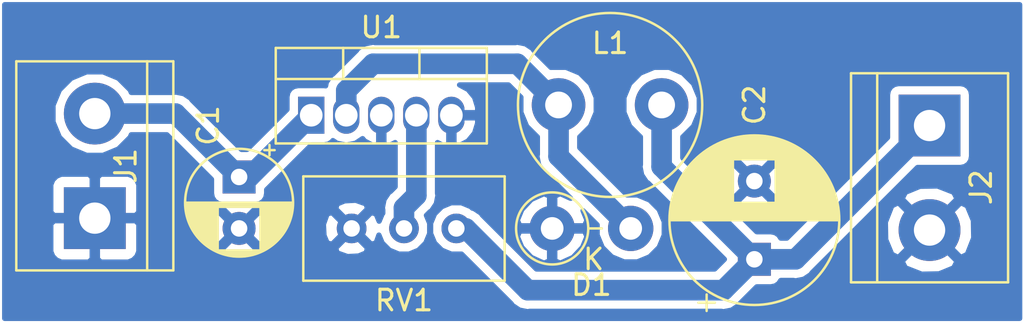
<source format=kicad_pcb>
(kicad_pcb (version 20171130) (host pcbnew "(5.0.1)-3")

  (general
    (thickness 1.6)
    (drawings 4)
    (tracks 21)
    (zones 0)
    (modules 8)
    (nets 6)
  )

  (page A4)
  (layers
    (0 F.Cu signal)
    (31 B.Cu signal)
    (32 B.Adhes user)
    (33 F.Adhes user)
    (34 B.Paste user)
    (35 F.Paste user)
    (36 B.SilkS user)
    (37 F.SilkS user)
    (38 B.Mask user)
    (39 F.Mask user)
    (40 Dwgs.User user)
    (41 Cmts.User user)
    (42 Eco1.User user)
    (43 Eco2.User user)
    (44 Edge.Cuts user)
    (45 Margin user)
    (46 B.CrtYd user)
    (47 F.CrtYd user hide)
    (48 B.Fab user)
    (49 F.Fab user hide)
  )

  (setup
    (last_trace_width 1)
    (trace_clearance 0.2)
    (zone_clearance 0.4)
    (zone_45_only no)
    (trace_min 0.2)
    (segment_width 0.2)
    (edge_width 0.15)
    (via_size 0.8)
    (via_drill 0.4)
    (via_min_size 0.4)
    (via_min_drill 0.3)
    (uvia_size 0.3)
    (uvia_drill 0.1)
    (uvias_allowed no)
    (uvia_min_size 0.2)
    (uvia_min_drill 0.1)
    (pcb_text_width 0.3)
    (pcb_text_size 1.5 1.5)
    (mod_edge_width 0.15)
    (mod_text_size 1 1)
    (mod_text_width 0.15)
    (pad_size 2.2 2.2)
    (pad_drill 1.1)
    (pad_to_mask_clearance 0.051)
    (solder_mask_min_width 0.25)
    (aux_axis_origin 0 0)
    (visible_elements 7FFFFFFF)
    (pcbplotparams
      (layerselection 0x010fc_ffffffff)
      (usegerberextensions false)
      (usegerberattributes false)
      (usegerberadvancedattributes false)
      (creategerberjobfile false)
      (excludeedgelayer true)
      (linewidth 0.100000)
      (plotframeref false)
      (viasonmask false)
      (mode 1)
      (useauxorigin false)
      (hpglpennumber 1)
      (hpglpenspeed 20)
      (hpglpendiameter 15.000000)
      (psnegative false)
      (psa4output false)
      (plotreference true)
      (plotvalue true)
      (plotinvisibletext false)
      (padsonsilk false)
      (subtractmaskfromsilk false)
      (outputformat 1)
      (mirror false)
      (drillshape 1)
      (scaleselection 1)
      (outputdirectory ""))
  )

  (net 0 "")
  (net 1 "Net-(C1-Pad1)")
  (net 2 GND)
  (net 3 "Net-(C2-Pad1)")
  (net 4 "Net-(D1-Pad1)")
  (net 5 "Net-(RV1-Pad2)")

  (net_class Default "Esta es la clase de red por defecto."
    (clearance 0.2)
    (trace_width 1)
    (via_dia 0.8)
    (via_drill 0.4)
    (uvia_dia 0.3)
    (uvia_drill 0.1)
    (add_net GND)
    (add_net "Net-(C1-Pad1)")
    (add_net "Net-(C2-Pad1)")
    (add_net "Net-(D1-Pad1)")
    (add_net "Net-(RV1-Pad2)")
  )

  (module TerminalBlock:TerminalBlock_bornier-2_P5.08mm (layer F.Cu) (tedit 59FF03AB) (tstamp 60E69CC3)
    (at 61 41.5 90)
    (descr "simple 2-pin terminal block, pitch 5.08mm, revamped version of bornier2")
    (tags "terminal block bornier2")
    (path /60D3911C)
    (fp_text reference J1 (at 2.54 1.5 90) (layer F.SilkS)
      (effects (font (size 1 1) (thickness 0.15)))
    )
    (fp_text value IN (at 2.54 5.08 90) (layer F.Fab)
      (effects (font (size 1 1) (thickness 0.15)))
    )
    (fp_line (start 7.79 4) (end -2.71 4) (layer F.CrtYd) (width 0.05))
    (fp_line (start 7.79 4) (end 7.79 -4) (layer F.CrtYd) (width 0.05))
    (fp_line (start -2.71 -4) (end -2.71 4) (layer F.CrtYd) (width 0.05))
    (fp_line (start -2.71 -4) (end 7.79 -4) (layer F.CrtYd) (width 0.05))
    (fp_line (start -2.54 3.81) (end 7.62 3.81) (layer F.SilkS) (width 0.12))
    (fp_line (start -2.54 -3.81) (end -2.54 3.81) (layer F.SilkS) (width 0.12))
    (fp_line (start 7.62 -3.81) (end -2.54 -3.81) (layer F.SilkS) (width 0.12))
    (fp_line (start 7.62 3.81) (end 7.62 -3.81) (layer F.SilkS) (width 0.12))
    (fp_line (start 7.62 2.54) (end -2.54 2.54) (layer F.SilkS) (width 0.12))
    (fp_line (start 7.54 -3.75) (end -2.46 -3.75) (layer F.Fab) (width 0.1))
    (fp_line (start 7.54 3.75) (end 7.54 -3.75) (layer F.Fab) (width 0.1))
    (fp_line (start -2.46 3.75) (end 7.54 3.75) (layer F.Fab) (width 0.1))
    (fp_line (start -2.46 -3.75) (end -2.46 3.75) (layer F.Fab) (width 0.1))
    (fp_line (start -2.41 2.55) (end 7.49 2.55) (layer F.Fab) (width 0.1))
    (fp_text user %R (at 2.54 0 90) (layer F.Fab)
      (effects (font (size 1 1) (thickness 0.15)))
    )
    (pad 2 thru_hole circle (at 5.08 0 90) (size 3 3) (drill 1.52) (layers *.Cu *.Mask)
      (net 1 "Net-(C1-Pad1)"))
    (pad 1 thru_hole rect (at 0 0 90) (size 3 3) (drill 1.52) (layers *.Cu *.Mask)
      (net 2 GND))
    (model ${KISYS3DMOD}/TerminalBlock.3dshapes/TerminalBlock_bornier-2_P5.08mm.wrl
      (offset (xyz 2.539999961853027 0 0))
      (scale (xyz 1 1 1))
      (rotate (xyz 0 0 0))
    )
  )

  (module Diode_THT:D_DO-41_SOD81_P3.81mm_Vertical_KathodeUp (layer F.Cu) (tedit 60DA03ED) (tstamp 60E6D009)
    (at 87 42 180)
    (descr "Diode, DO-41_SOD81 series, Axial, Vertical, pin pitch=3.81mm, , length*diameter=5.2*2.7mm^2, , https://www.diodes.com/assets/Package-Files/DO-41-Plastic.pdf")
    (tags "Diode DO-41_SOD81 series Axial Vertical pin pitch 3.81mm  length 5.2mm diameter 2.7mm")
    (path /60D39D6B)
    (fp_text reference D1 (at 1.905 -2.750635 180) (layer F.SilkS)
      (effects (font (size 1 1) (thickness 0.15)))
    )
    (fp_text value MBR340 (at 1.905 4.084135 180) (layer F.Fab)
      (effects (font (size 1 1) (thickness 0.15)))
    )
    (fp_text user K (at 1.8 -1.5 180) (layer F.SilkS)
      (effects (font (size 1 1) (thickness 0.15)))
    )
    (fp_text user K (at 1.8 1.1 180) (layer F.Fab)
      (effects (font (size 1 1) (thickness 0.15)))
    )
    (fp_text user %R (at 1.905 -2.750635 180) (layer F.Fab)
      (effects (font (size 1 1) (thickness 0.15)))
    )
    (fp_line (start 5.41 -1.6) (end -1.35 -1.6) (layer F.CrtYd) (width 0.05))
    (fp_line (start 5.41 1.6) (end 5.41 -1.6) (layer F.CrtYd) (width 0.05))
    (fp_line (start -1.35 1.6) (end 5.41 1.6) (layer F.CrtYd) (width 0.05))
    (fp_line (start -1.35 -1.6) (end -1.35 1.6) (layer F.CrtYd) (width 0.05))
    (fp_line (start 2.059365 0) (end 1.4 0) (layer F.SilkS) (width 0.12))
    (fp_line (start 0 0) (end 3.81 0) (layer F.Fab) (width 0.1))
    (fp_circle (center 3.81 0) (end 5.560635 0) (layer F.SilkS) (width 0.12))
    (fp_circle (center 3.81 0) (end 5.16 0) (layer F.Fab) (width 0.1))
    (pad 2 thru_hole oval (at 3.81 0 180) (size 2.2 2.2) (drill 1.1) (layers *.Cu *.Mask)
      (net 2 GND))
    (pad 1 thru_hole circle (at 0 0 180) (size 2.2 2.2) (drill 1.1) (layers *.Cu *.Mask)
      (net 4 "Net-(D1-Pad1)"))
    (model ${KISYS3DMOD}/Diode_THT.3dshapes/D_DO-41_SOD81_P3.81mm_Vertical_KathodeUp.wrl
      (at (xyz 0 0 0))
      (scale (xyz 1 1 1))
      (rotate (xyz 0 0 0))
    )
  )

  (module TerminalBlock:TerminalBlock_bornier-2_P5.08mm (layer F.Cu) (tedit 59FF03AB) (tstamp 60E69D2A)
    (at 101.5 37 270)
    (descr "simple 2-pin terminal block, pitch 5.08mm, revamped version of bornier2")
    (tags "terminal block bornier2")
    (path /60D3919A)
    (fp_text reference J2 (at 3 -2.5 270) (layer F.SilkS)
      (effects (font (size 1 1) (thickness 0.15)))
    )
    (fp_text value OUT (at 2.54 5.08 270) (layer F.Fab)
      (effects (font (size 1 1) (thickness 0.15)))
    )
    (fp_line (start 7.79 4) (end -2.71 4) (layer F.CrtYd) (width 0.05))
    (fp_line (start 7.79 4) (end 7.79 -4) (layer F.CrtYd) (width 0.05))
    (fp_line (start -2.71 -4) (end -2.71 4) (layer F.CrtYd) (width 0.05))
    (fp_line (start -2.71 -4) (end 7.79 -4) (layer F.CrtYd) (width 0.05))
    (fp_line (start -2.54 3.81) (end 7.62 3.81) (layer F.SilkS) (width 0.12))
    (fp_line (start -2.54 -3.81) (end -2.54 3.81) (layer F.SilkS) (width 0.12))
    (fp_line (start 7.62 -3.81) (end -2.54 -3.81) (layer F.SilkS) (width 0.12))
    (fp_line (start 7.62 3.81) (end 7.62 -3.81) (layer F.SilkS) (width 0.12))
    (fp_line (start 7.62 2.54) (end -2.54 2.54) (layer F.SilkS) (width 0.12))
    (fp_line (start 7.54 -3.75) (end -2.46 -3.75) (layer F.Fab) (width 0.1))
    (fp_line (start 7.54 3.75) (end 7.54 -3.75) (layer F.Fab) (width 0.1))
    (fp_line (start -2.46 3.75) (end 7.54 3.75) (layer F.Fab) (width 0.1))
    (fp_line (start -2.46 -3.75) (end -2.46 3.75) (layer F.Fab) (width 0.1))
    (fp_line (start -2.41 2.55) (end 7.49 2.55) (layer F.Fab) (width 0.1))
    (fp_text user %R (at 2.54 0 270) (layer F.Fab)
      (effects (font (size 1 1) (thickness 0.15)))
    )
    (pad 2 thru_hole circle (at 5.08 0 270) (size 3 3) (drill 1.52) (layers *.Cu *.Mask)
      (net 2 GND))
    (pad 1 thru_hole rect (at 0 0 270) (size 3 3) (drill 1.52) (layers *.Cu *.Mask)
      (net 3 "Net-(C2-Pad1)"))
    (model ${KISYS3DMOD}/TerminalBlock.3dshapes/TerminalBlock_bornier-2_P5.08mm.wrl
      (offset (xyz 2.539999961853027 0 0))
      (scale (xyz 1 1 1))
      (rotate (xyz 0 0 0))
    )
  )

  (module Capacitor_THT:CP_Radial_D5.0mm_P2.50mm (layer F.Cu) (tedit 5AE50EF0) (tstamp 60E6C5A7)
    (at 68 39.5 270)
    (descr "CP, Radial series, Radial, pin pitch=2.50mm, , diameter=5mm, Electrolytic Capacitor")
    (tags "CP Radial series Radial pin pitch 2.50mm  diameter 5mm Electrolytic Capacitor")
    (path /60D3B92B)
    (fp_text reference C1 (at -2.5 1.5 270) (layer F.SilkS)
      (effects (font (size 1 1) (thickness 0.15)))
    )
    (fp_text value 100uF (at 1.25 3.75 270) (layer F.Fab)
      (effects (font (size 1 1) (thickness 0.15)))
    )
    (fp_circle (center 1.25 0) (end 3.75 0) (layer F.Fab) (width 0.1))
    (fp_circle (center 1.25 0) (end 3.87 0) (layer F.SilkS) (width 0.12))
    (fp_circle (center 1.25 0) (end 4 0) (layer F.CrtYd) (width 0.05))
    (fp_line (start -0.883605 -1.0875) (end -0.383605 -1.0875) (layer F.Fab) (width 0.1))
    (fp_line (start -0.633605 -1.3375) (end -0.633605 -0.8375) (layer F.Fab) (width 0.1))
    (fp_line (start 1.25 -2.58) (end 1.25 2.58) (layer F.SilkS) (width 0.12))
    (fp_line (start 1.29 -2.58) (end 1.29 2.58) (layer F.SilkS) (width 0.12))
    (fp_line (start 1.33 -2.579) (end 1.33 2.579) (layer F.SilkS) (width 0.12))
    (fp_line (start 1.37 -2.578) (end 1.37 2.578) (layer F.SilkS) (width 0.12))
    (fp_line (start 1.41 -2.576) (end 1.41 2.576) (layer F.SilkS) (width 0.12))
    (fp_line (start 1.45 -2.573) (end 1.45 2.573) (layer F.SilkS) (width 0.12))
    (fp_line (start 1.49 -2.569) (end 1.49 -1.04) (layer F.SilkS) (width 0.12))
    (fp_line (start 1.49 1.04) (end 1.49 2.569) (layer F.SilkS) (width 0.12))
    (fp_line (start 1.53 -2.565) (end 1.53 -1.04) (layer F.SilkS) (width 0.12))
    (fp_line (start 1.53 1.04) (end 1.53 2.565) (layer F.SilkS) (width 0.12))
    (fp_line (start 1.57 -2.561) (end 1.57 -1.04) (layer F.SilkS) (width 0.12))
    (fp_line (start 1.57 1.04) (end 1.57 2.561) (layer F.SilkS) (width 0.12))
    (fp_line (start 1.61 -2.556) (end 1.61 -1.04) (layer F.SilkS) (width 0.12))
    (fp_line (start 1.61 1.04) (end 1.61 2.556) (layer F.SilkS) (width 0.12))
    (fp_line (start 1.65 -2.55) (end 1.65 -1.04) (layer F.SilkS) (width 0.12))
    (fp_line (start 1.65 1.04) (end 1.65 2.55) (layer F.SilkS) (width 0.12))
    (fp_line (start 1.69 -2.543) (end 1.69 -1.04) (layer F.SilkS) (width 0.12))
    (fp_line (start 1.69 1.04) (end 1.69 2.543) (layer F.SilkS) (width 0.12))
    (fp_line (start 1.73 -2.536) (end 1.73 -1.04) (layer F.SilkS) (width 0.12))
    (fp_line (start 1.73 1.04) (end 1.73 2.536) (layer F.SilkS) (width 0.12))
    (fp_line (start 1.77 -2.528) (end 1.77 -1.04) (layer F.SilkS) (width 0.12))
    (fp_line (start 1.77 1.04) (end 1.77 2.528) (layer F.SilkS) (width 0.12))
    (fp_line (start 1.81 -2.52) (end 1.81 -1.04) (layer F.SilkS) (width 0.12))
    (fp_line (start 1.81 1.04) (end 1.81 2.52) (layer F.SilkS) (width 0.12))
    (fp_line (start 1.85 -2.511) (end 1.85 -1.04) (layer F.SilkS) (width 0.12))
    (fp_line (start 1.85 1.04) (end 1.85 2.511) (layer F.SilkS) (width 0.12))
    (fp_line (start 1.89 -2.501) (end 1.89 -1.04) (layer F.SilkS) (width 0.12))
    (fp_line (start 1.89 1.04) (end 1.89 2.501) (layer F.SilkS) (width 0.12))
    (fp_line (start 1.93 -2.491) (end 1.93 -1.04) (layer F.SilkS) (width 0.12))
    (fp_line (start 1.93 1.04) (end 1.93 2.491) (layer F.SilkS) (width 0.12))
    (fp_line (start 1.971 -2.48) (end 1.971 -1.04) (layer F.SilkS) (width 0.12))
    (fp_line (start 1.971 1.04) (end 1.971 2.48) (layer F.SilkS) (width 0.12))
    (fp_line (start 2.011 -2.468) (end 2.011 -1.04) (layer F.SilkS) (width 0.12))
    (fp_line (start 2.011 1.04) (end 2.011 2.468) (layer F.SilkS) (width 0.12))
    (fp_line (start 2.051 -2.455) (end 2.051 -1.04) (layer F.SilkS) (width 0.12))
    (fp_line (start 2.051 1.04) (end 2.051 2.455) (layer F.SilkS) (width 0.12))
    (fp_line (start 2.091 -2.442) (end 2.091 -1.04) (layer F.SilkS) (width 0.12))
    (fp_line (start 2.091 1.04) (end 2.091 2.442) (layer F.SilkS) (width 0.12))
    (fp_line (start 2.131 -2.428) (end 2.131 -1.04) (layer F.SilkS) (width 0.12))
    (fp_line (start 2.131 1.04) (end 2.131 2.428) (layer F.SilkS) (width 0.12))
    (fp_line (start 2.171 -2.414) (end 2.171 -1.04) (layer F.SilkS) (width 0.12))
    (fp_line (start 2.171 1.04) (end 2.171 2.414) (layer F.SilkS) (width 0.12))
    (fp_line (start 2.211 -2.398) (end 2.211 -1.04) (layer F.SilkS) (width 0.12))
    (fp_line (start 2.211 1.04) (end 2.211 2.398) (layer F.SilkS) (width 0.12))
    (fp_line (start 2.251 -2.382) (end 2.251 -1.04) (layer F.SilkS) (width 0.12))
    (fp_line (start 2.251 1.04) (end 2.251 2.382) (layer F.SilkS) (width 0.12))
    (fp_line (start 2.291 -2.365) (end 2.291 -1.04) (layer F.SilkS) (width 0.12))
    (fp_line (start 2.291 1.04) (end 2.291 2.365) (layer F.SilkS) (width 0.12))
    (fp_line (start 2.331 -2.348) (end 2.331 -1.04) (layer F.SilkS) (width 0.12))
    (fp_line (start 2.331 1.04) (end 2.331 2.348) (layer F.SilkS) (width 0.12))
    (fp_line (start 2.371 -2.329) (end 2.371 -1.04) (layer F.SilkS) (width 0.12))
    (fp_line (start 2.371 1.04) (end 2.371 2.329) (layer F.SilkS) (width 0.12))
    (fp_line (start 2.411 -2.31) (end 2.411 -1.04) (layer F.SilkS) (width 0.12))
    (fp_line (start 2.411 1.04) (end 2.411 2.31) (layer F.SilkS) (width 0.12))
    (fp_line (start 2.451 -2.29) (end 2.451 -1.04) (layer F.SilkS) (width 0.12))
    (fp_line (start 2.451 1.04) (end 2.451 2.29) (layer F.SilkS) (width 0.12))
    (fp_line (start 2.491 -2.268) (end 2.491 -1.04) (layer F.SilkS) (width 0.12))
    (fp_line (start 2.491 1.04) (end 2.491 2.268) (layer F.SilkS) (width 0.12))
    (fp_line (start 2.531 -2.247) (end 2.531 -1.04) (layer F.SilkS) (width 0.12))
    (fp_line (start 2.531 1.04) (end 2.531 2.247) (layer F.SilkS) (width 0.12))
    (fp_line (start 2.571 -2.224) (end 2.571 -1.04) (layer F.SilkS) (width 0.12))
    (fp_line (start 2.571 1.04) (end 2.571 2.224) (layer F.SilkS) (width 0.12))
    (fp_line (start 2.611 -2.2) (end 2.611 -1.04) (layer F.SilkS) (width 0.12))
    (fp_line (start 2.611 1.04) (end 2.611 2.2) (layer F.SilkS) (width 0.12))
    (fp_line (start 2.651 -2.175) (end 2.651 -1.04) (layer F.SilkS) (width 0.12))
    (fp_line (start 2.651 1.04) (end 2.651 2.175) (layer F.SilkS) (width 0.12))
    (fp_line (start 2.691 -2.149) (end 2.691 -1.04) (layer F.SilkS) (width 0.12))
    (fp_line (start 2.691 1.04) (end 2.691 2.149) (layer F.SilkS) (width 0.12))
    (fp_line (start 2.731 -2.122) (end 2.731 -1.04) (layer F.SilkS) (width 0.12))
    (fp_line (start 2.731 1.04) (end 2.731 2.122) (layer F.SilkS) (width 0.12))
    (fp_line (start 2.771 -2.095) (end 2.771 -1.04) (layer F.SilkS) (width 0.12))
    (fp_line (start 2.771 1.04) (end 2.771 2.095) (layer F.SilkS) (width 0.12))
    (fp_line (start 2.811 -2.065) (end 2.811 -1.04) (layer F.SilkS) (width 0.12))
    (fp_line (start 2.811 1.04) (end 2.811 2.065) (layer F.SilkS) (width 0.12))
    (fp_line (start 2.851 -2.035) (end 2.851 -1.04) (layer F.SilkS) (width 0.12))
    (fp_line (start 2.851 1.04) (end 2.851 2.035) (layer F.SilkS) (width 0.12))
    (fp_line (start 2.891 -2.004) (end 2.891 -1.04) (layer F.SilkS) (width 0.12))
    (fp_line (start 2.891 1.04) (end 2.891 2.004) (layer F.SilkS) (width 0.12))
    (fp_line (start 2.931 -1.971) (end 2.931 -1.04) (layer F.SilkS) (width 0.12))
    (fp_line (start 2.931 1.04) (end 2.931 1.971) (layer F.SilkS) (width 0.12))
    (fp_line (start 2.971 -1.937) (end 2.971 -1.04) (layer F.SilkS) (width 0.12))
    (fp_line (start 2.971 1.04) (end 2.971 1.937) (layer F.SilkS) (width 0.12))
    (fp_line (start 3.011 -1.901) (end 3.011 -1.04) (layer F.SilkS) (width 0.12))
    (fp_line (start 3.011 1.04) (end 3.011 1.901) (layer F.SilkS) (width 0.12))
    (fp_line (start 3.051 -1.864) (end 3.051 -1.04) (layer F.SilkS) (width 0.12))
    (fp_line (start 3.051 1.04) (end 3.051 1.864) (layer F.SilkS) (width 0.12))
    (fp_line (start 3.091 -1.826) (end 3.091 -1.04) (layer F.SilkS) (width 0.12))
    (fp_line (start 3.091 1.04) (end 3.091 1.826) (layer F.SilkS) (width 0.12))
    (fp_line (start 3.131 -1.785) (end 3.131 -1.04) (layer F.SilkS) (width 0.12))
    (fp_line (start 3.131 1.04) (end 3.131 1.785) (layer F.SilkS) (width 0.12))
    (fp_line (start 3.171 -1.743) (end 3.171 -1.04) (layer F.SilkS) (width 0.12))
    (fp_line (start 3.171 1.04) (end 3.171 1.743) (layer F.SilkS) (width 0.12))
    (fp_line (start 3.211 -1.699) (end 3.211 -1.04) (layer F.SilkS) (width 0.12))
    (fp_line (start 3.211 1.04) (end 3.211 1.699) (layer F.SilkS) (width 0.12))
    (fp_line (start 3.251 -1.653) (end 3.251 -1.04) (layer F.SilkS) (width 0.12))
    (fp_line (start 3.251 1.04) (end 3.251 1.653) (layer F.SilkS) (width 0.12))
    (fp_line (start 3.291 -1.605) (end 3.291 -1.04) (layer F.SilkS) (width 0.12))
    (fp_line (start 3.291 1.04) (end 3.291 1.605) (layer F.SilkS) (width 0.12))
    (fp_line (start 3.331 -1.554) (end 3.331 -1.04) (layer F.SilkS) (width 0.12))
    (fp_line (start 3.331 1.04) (end 3.331 1.554) (layer F.SilkS) (width 0.12))
    (fp_line (start 3.371 -1.5) (end 3.371 -1.04) (layer F.SilkS) (width 0.12))
    (fp_line (start 3.371 1.04) (end 3.371 1.5) (layer F.SilkS) (width 0.12))
    (fp_line (start 3.411 -1.443) (end 3.411 -1.04) (layer F.SilkS) (width 0.12))
    (fp_line (start 3.411 1.04) (end 3.411 1.443) (layer F.SilkS) (width 0.12))
    (fp_line (start 3.451 -1.383) (end 3.451 -1.04) (layer F.SilkS) (width 0.12))
    (fp_line (start 3.451 1.04) (end 3.451 1.383) (layer F.SilkS) (width 0.12))
    (fp_line (start 3.491 -1.319) (end 3.491 -1.04) (layer F.SilkS) (width 0.12))
    (fp_line (start 3.491 1.04) (end 3.491 1.319) (layer F.SilkS) (width 0.12))
    (fp_line (start 3.531 -1.251) (end 3.531 -1.04) (layer F.SilkS) (width 0.12))
    (fp_line (start 3.531 1.04) (end 3.531 1.251) (layer F.SilkS) (width 0.12))
    (fp_line (start 3.571 -1.178) (end 3.571 1.178) (layer F.SilkS) (width 0.12))
    (fp_line (start 3.611 -1.098) (end 3.611 1.098) (layer F.SilkS) (width 0.12))
    (fp_line (start 3.651 -1.011) (end 3.651 1.011) (layer F.SilkS) (width 0.12))
    (fp_line (start 3.691 -0.915) (end 3.691 0.915) (layer F.SilkS) (width 0.12))
    (fp_line (start 3.731 -0.805) (end 3.731 0.805) (layer F.SilkS) (width 0.12))
    (fp_line (start 3.771 -0.677) (end 3.771 0.677) (layer F.SilkS) (width 0.12))
    (fp_line (start 3.811 -0.518) (end 3.811 0.518) (layer F.SilkS) (width 0.12))
    (fp_line (start 3.851 -0.284) (end 3.851 0.284) (layer F.SilkS) (width 0.12))
    (fp_line (start -1.554775 -1.475) (end -1.054775 -1.475) (layer F.SilkS) (width 0.12))
    (fp_line (start -1.304775 -1.725) (end -1.304775 -1.225) (layer F.SilkS) (width 0.12))
    (fp_text user %R (at 1.25 0 270) (layer F.Fab)
      (effects (font (size 1 1) (thickness 0.15)))
    )
    (pad 1 thru_hole rect (at 0 0 270) (size 1.6 1.6) (drill 0.8) (layers *.Cu *.Mask)
      (net 1 "Net-(C1-Pad1)"))
    (pad 2 thru_hole circle (at 2.5 0 270) (size 1.6 1.6) (drill 0.8) (layers *.Cu *.Mask)
      (net 2 GND))
    (model ${KISYS3DMOD}/Capacitor_THT.3dshapes/CP_Radial_D5.0mm_P2.50mm.wrl
      (at (xyz 0 0 0))
      (scale (xyz 1 1 1))
      (rotate (xyz 0 0 0))
    )
  )

  (module Capacitor_THT:CP_Radial_D8.0mm_P3.80mm (layer F.Cu) (tedit 5AE50EF0) (tstamp 60E6CA86)
    (at 93 43.5 90)
    (descr "CP, Radial series, Radial, pin pitch=3.80mm, , diameter=8mm, Electrolytic Capacitor")
    (tags "CP Radial series Radial pin pitch 3.80mm  diameter 8mm Electrolytic Capacitor")
    (path /60D39CF3)
    (fp_text reference C2 (at 7.5 0 90) (layer F.SilkS)
      (effects (font (size 1 1) (thickness 0.15)))
    )
    (fp_text value 1000uF (at 1.9 5.25 90) (layer F.Fab)
      (effects (font (size 1 1) (thickness 0.15)))
    )
    (fp_circle (center 1.9 0) (end 5.9 0) (layer F.Fab) (width 0.1))
    (fp_circle (center 1.9 0) (end 6.02 0) (layer F.SilkS) (width 0.12))
    (fp_circle (center 1.9 0) (end 6.15 0) (layer F.CrtYd) (width 0.05))
    (fp_line (start -1.526759 -1.7475) (end -0.726759 -1.7475) (layer F.Fab) (width 0.1))
    (fp_line (start -1.126759 -2.1475) (end -1.126759 -1.3475) (layer F.Fab) (width 0.1))
    (fp_line (start 1.9 -4.08) (end 1.9 4.08) (layer F.SilkS) (width 0.12))
    (fp_line (start 1.94 -4.08) (end 1.94 4.08) (layer F.SilkS) (width 0.12))
    (fp_line (start 1.98 -4.08) (end 1.98 4.08) (layer F.SilkS) (width 0.12))
    (fp_line (start 2.02 -4.079) (end 2.02 4.079) (layer F.SilkS) (width 0.12))
    (fp_line (start 2.06 -4.077) (end 2.06 4.077) (layer F.SilkS) (width 0.12))
    (fp_line (start 2.1 -4.076) (end 2.1 4.076) (layer F.SilkS) (width 0.12))
    (fp_line (start 2.14 -4.074) (end 2.14 4.074) (layer F.SilkS) (width 0.12))
    (fp_line (start 2.18 -4.071) (end 2.18 4.071) (layer F.SilkS) (width 0.12))
    (fp_line (start 2.22 -4.068) (end 2.22 4.068) (layer F.SilkS) (width 0.12))
    (fp_line (start 2.26 -4.065) (end 2.26 4.065) (layer F.SilkS) (width 0.12))
    (fp_line (start 2.3 -4.061) (end 2.3 4.061) (layer F.SilkS) (width 0.12))
    (fp_line (start 2.34 -4.057) (end 2.34 4.057) (layer F.SilkS) (width 0.12))
    (fp_line (start 2.38 -4.052) (end 2.38 4.052) (layer F.SilkS) (width 0.12))
    (fp_line (start 2.42 -4.048) (end 2.42 4.048) (layer F.SilkS) (width 0.12))
    (fp_line (start 2.46 -4.042) (end 2.46 4.042) (layer F.SilkS) (width 0.12))
    (fp_line (start 2.5 -4.037) (end 2.5 4.037) (layer F.SilkS) (width 0.12))
    (fp_line (start 2.54 -4.03) (end 2.54 4.03) (layer F.SilkS) (width 0.12))
    (fp_line (start 2.58 -4.024) (end 2.58 4.024) (layer F.SilkS) (width 0.12))
    (fp_line (start 2.621 -4.017) (end 2.621 4.017) (layer F.SilkS) (width 0.12))
    (fp_line (start 2.661 -4.01) (end 2.661 4.01) (layer F.SilkS) (width 0.12))
    (fp_line (start 2.701 -4.002) (end 2.701 4.002) (layer F.SilkS) (width 0.12))
    (fp_line (start 2.741 -3.994) (end 2.741 3.994) (layer F.SilkS) (width 0.12))
    (fp_line (start 2.781 -3.985) (end 2.781 -1.04) (layer F.SilkS) (width 0.12))
    (fp_line (start 2.781 1.04) (end 2.781 3.985) (layer F.SilkS) (width 0.12))
    (fp_line (start 2.821 -3.976) (end 2.821 -1.04) (layer F.SilkS) (width 0.12))
    (fp_line (start 2.821 1.04) (end 2.821 3.976) (layer F.SilkS) (width 0.12))
    (fp_line (start 2.861 -3.967) (end 2.861 -1.04) (layer F.SilkS) (width 0.12))
    (fp_line (start 2.861 1.04) (end 2.861 3.967) (layer F.SilkS) (width 0.12))
    (fp_line (start 2.901 -3.957) (end 2.901 -1.04) (layer F.SilkS) (width 0.12))
    (fp_line (start 2.901 1.04) (end 2.901 3.957) (layer F.SilkS) (width 0.12))
    (fp_line (start 2.941 -3.947) (end 2.941 -1.04) (layer F.SilkS) (width 0.12))
    (fp_line (start 2.941 1.04) (end 2.941 3.947) (layer F.SilkS) (width 0.12))
    (fp_line (start 2.981 -3.936) (end 2.981 -1.04) (layer F.SilkS) (width 0.12))
    (fp_line (start 2.981 1.04) (end 2.981 3.936) (layer F.SilkS) (width 0.12))
    (fp_line (start 3.021 -3.925) (end 3.021 -1.04) (layer F.SilkS) (width 0.12))
    (fp_line (start 3.021 1.04) (end 3.021 3.925) (layer F.SilkS) (width 0.12))
    (fp_line (start 3.061 -3.914) (end 3.061 -1.04) (layer F.SilkS) (width 0.12))
    (fp_line (start 3.061 1.04) (end 3.061 3.914) (layer F.SilkS) (width 0.12))
    (fp_line (start 3.101 -3.902) (end 3.101 -1.04) (layer F.SilkS) (width 0.12))
    (fp_line (start 3.101 1.04) (end 3.101 3.902) (layer F.SilkS) (width 0.12))
    (fp_line (start 3.141 -3.889) (end 3.141 -1.04) (layer F.SilkS) (width 0.12))
    (fp_line (start 3.141 1.04) (end 3.141 3.889) (layer F.SilkS) (width 0.12))
    (fp_line (start 3.181 -3.877) (end 3.181 -1.04) (layer F.SilkS) (width 0.12))
    (fp_line (start 3.181 1.04) (end 3.181 3.877) (layer F.SilkS) (width 0.12))
    (fp_line (start 3.221 -3.863) (end 3.221 -1.04) (layer F.SilkS) (width 0.12))
    (fp_line (start 3.221 1.04) (end 3.221 3.863) (layer F.SilkS) (width 0.12))
    (fp_line (start 3.261 -3.85) (end 3.261 -1.04) (layer F.SilkS) (width 0.12))
    (fp_line (start 3.261 1.04) (end 3.261 3.85) (layer F.SilkS) (width 0.12))
    (fp_line (start 3.301 -3.835) (end 3.301 -1.04) (layer F.SilkS) (width 0.12))
    (fp_line (start 3.301 1.04) (end 3.301 3.835) (layer F.SilkS) (width 0.12))
    (fp_line (start 3.341 -3.821) (end 3.341 -1.04) (layer F.SilkS) (width 0.12))
    (fp_line (start 3.341 1.04) (end 3.341 3.821) (layer F.SilkS) (width 0.12))
    (fp_line (start 3.381 -3.805) (end 3.381 -1.04) (layer F.SilkS) (width 0.12))
    (fp_line (start 3.381 1.04) (end 3.381 3.805) (layer F.SilkS) (width 0.12))
    (fp_line (start 3.421 -3.79) (end 3.421 -1.04) (layer F.SilkS) (width 0.12))
    (fp_line (start 3.421 1.04) (end 3.421 3.79) (layer F.SilkS) (width 0.12))
    (fp_line (start 3.461 -3.774) (end 3.461 -1.04) (layer F.SilkS) (width 0.12))
    (fp_line (start 3.461 1.04) (end 3.461 3.774) (layer F.SilkS) (width 0.12))
    (fp_line (start 3.501 -3.757) (end 3.501 -1.04) (layer F.SilkS) (width 0.12))
    (fp_line (start 3.501 1.04) (end 3.501 3.757) (layer F.SilkS) (width 0.12))
    (fp_line (start 3.541 -3.74) (end 3.541 -1.04) (layer F.SilkS) (width 0.12))
    (fp_line (start 3.541 1.04) (end 3.541 3.74) (layer F.SilkS) (width 0.12))
    (fp_line (start 3.581 -3.722) (end 3.581 -1.04) (layer F.SilkS) (width 0.12))
    (fp_line (start 3.581 1.04) (end 3.581 3.722) (layer F.SilkS) (width 0.12))
    (fp_line (start 3.621 -3.704) (end 3.621 -1.04) (layer F.SilkS) (width 0.12))
    (fp_line (start 3.621 1.04) (end 3.621 3.704) (layer F.SilkS) (width 0.12))
    (fp_line (start 3.661 -3.686) (end 3.661 -1.04) (layer F.SilkS) (width 0.12))
    (fp_line (start 3.661 1.04) (end 3.661 3.686) (layer F.SilkS) (width 0.12))
    (fp_line (start 3.701 -3.666) (end 3.701 -1.04) (layer F.SilkS) (width 0.12))
    (fp_line (start 3.701 1.04) (end 3.701 3.666) (layer F.SilkS) (width 0.12))
    (fp_line (start 3.741 -3.647) (end 3.741 -1.04) (layer F.SilkS) (width 0.12))
    (fp_line (start 3.741 1.04) (end 3.741 3.647) (layer F.SilkS) (width 0.12))
    (fp_line (start 3.781 -3.627) (end 3.781 -1.04) (layer F.SilkS) (width 0.12))
    (fp_line (start 3.781 1.04) (end 3.781 3.627) (layer F.SilkS) (width 0.12))
    (fp_line (start 3.821 -3.606) (end 3.821 -1.04) (layer F.SilkS) (width 0.12))
    (fp_line (start 3.821 1.04) (end 3.821 3.606) (layer F.SilkS) (width 0.12))
    (fp_line (start 3.861 -3.584) (end 3.861 -1.04) (layer F.SilkS) (width 0.12))
    (fp_line (start 3.861 1.04) (end 3.861 3.584) (layer F.SilkS) (width 0.12))
    (fp_line (start 3.901 -3.562) (end 3.901 -1.04) (layer F.SilkS) (width 0.12))
    (fp_line (start 3.901 1.04) (end 3.901 3.562) (layer F.SilkS) (width 0.12))
    (fp_line (start 3.941 -3.54) (end 3.941 -1.04) (layer F.SilkS) (width 0.12))
    (fp_line (start 3.941 1.04) (end 3.941 3.54) (layer F.SilkS) (width 0.12))
    (fp_line (start 3.981 -3.517) (end 3.981 -1.04) (layer F.SilkS) (width 0.12))
    (fp_line (start 3.981 1.04) (end 3.981 3.517) (layer F.SilkS) (width 0.12))
    (fp_line (start 4.021 -3.493) (end 4.021 -1.04) (layer F.SilkS) (width 0.12))
    (fp_line (start 4.021 1.04) (end 4.021 3.493) (layer F.SilkS) (width 0.12))
    (fp_line (start 4.061 -3.469) (end 4.061 -1.04) (layer F.SilkS) (width 0.12))
    (fp_line (start 4.061 1.04) (end 4.061 3.469) (layer F.SilkS) (width 0.12))
    (fp_line (start 4.101 -3.444) (end 4.101 -1.04) (layer F.SilkS) (width 0.12))
    (fp_line (start 4.101 1.04) (end 4.101 3.444) (layer F.SilkS) (width 0.12))
    (fp_line (start 4.141 -3.418) (end 4.141 -1.04) (layer F.SilkS) (width 0.12))
    (fp_line (start 4.141 1.04) (end 4.141 3.418) (layer F.SilkS) (width 0.12))
    (fp_line (start 4.181 -3.392) (end 4.181 -1.04) (layer F.SilkS) (width 0.12))
    (fp_line (start 4.181 1.04) (end 4.181 3.392) (layer F.SilkS) (width 0.12))
    (fp_line (start 4.221 -3.365) (end 4.221 -1.04) (layer F.SilkS) (width 0.12))
    (fp_line (start 4.221 1.04) (end 4.221 3.365) (layer F.SilkS) (width 0.12))
    (fp_line (start 4.261 -3.338) (end 4.261 -1.04) (layer F.SilkS) (width 0.12))
    (fp_line (start 4.261 1.04) (end 4.261 3.338) (layer F.SilkS) (width 0.12))
    (fp_line (start 4.301 -3.309) (end 4.301 -1.04) (layer F.SilkS) (width 0.12))
    (fp_line (start 4.301 1.04) (end 4.301 3.309) (layer F.SilkS) (width 0.12))
    (fp_line (start 4.341 -3.28) (end 4.341 -1.04) (layer F.SilkS) (width 0.12))
    (fp_line (start 4.341 1.04) (end 4.341 3.28) (layer F.SilkS) (width 0.12))
    (fp_line (start 4.381 -3.25) (end 4.381 -1.04) (layer F.SilkS) (width 0.12))
    (fp_line (start 4.381 1.04) (end 4.381 3.25) (layer F.SilkS) (width 0.12))
    (fp_line (start 4.421 -3.22) (end 4.421 -1.04) (layer F.SilkS) (width 0.12))
    (fp_line (start 4.421 1.04) (end 4.421 3.22) (layer F.SilkS) (width 0.12))
    (fp_line (start 4.461 -3.189) (end 4.461 -1.04) (layer F.SilkS) (width 0.12))
    (fp_line (start 4.461 1.04) (end 4.461 3.189) (layer F.SilkS) (width 0.12))
    (fp_line (start 4.501 -3.156) (end 4.501 -1.04) (layer F.SilkS) (width 0.12))
    (fp_line (start 4.501 1.04) (end 4.501 3.156) (layer F.SilkS) (width 0.12))
    (fp_line (start 4.541 -3.124) (end 4.541 -1.04) (layer F.SilkS) (width 0.12))
    (fp_line (start 4.541 1.04) (end 4.541 3.124) (layer F.SilkS) (width 0.12))
    (fp_line (start 4.581 -3.09) (end 4.581 -1.04) (layer F.SilkS) (width 0.12))
    (fp_line (start 4.581 1.04) (end 4.581 3.09) (layer F.SilkS) (width 0.12))
    (fp_line (start 4.621 -3.055) (end 4.621 -1.04) (layer F.SilkS) (width 0.12))
    (fp_line (start 4.621 1.04) (end 4.621 3.055) (layer F.SilkS) (width 0.12))
    (fp_line (start 4.661 -3.019) (end 4.661 -1.04) (layer F.SilkS) (width 0.12))
    (fp_line (start 4.661 1.04) (end 4.661 3.019) (layer F.SilkS) (width 0.12))
    (fp_line (start 4.701 -2.983) (end 4.701 -1.04) (layer F.SilkS) (width 0.12))
    (fp_line (start 4.701 1.04) (end 4.701 2.983) (layer F.SilkS) (width 0.12))
    (fp_line (start 4.741 -2.945) (end 4.741 -1.04) (layer F.SilkS) (width 0.12))
    (fp_line (start 4.741 1.04) (end 4.741 2.945) (layer F.SilkS) (width 0.12))
    (fp_line (start 4.781 -2.907) (end 4.781 -1.04) (layer F.SilkS) (width 0.12))
    (fp_line (start 4.781 1.04) (end 4.781 2.907) (layer F.SilkS) (width 0.12))
    (fp_line (start 4.821 -2.867) (end 4.821 -1.04) (layer F.SilkS) (width 0.12))
    (fp_line (start 4.821 1.04) (end 4.821 2.867) (layer F.SilkS) (width 0.12))
    (fp_line (start 4.861 -2.826) (end 4.861 2.826) (layer F.SilkS) (width 0.12))
    (fp_line (start 4.901 -2.784) (end 4.901 2.784) (layer F.SilkS) (width 0.12))
    (fp_line (start 4.941 -2.741) (end 4.941 2.741) (layer F.SilkS) (width 0.12))
    (fp_line (start 4.981 -2.697) (end 4.981 2.697) (layer F.SilkS) (width 0.12))
    (fp_line (start 5.021 -2.651) (end 5.021 2.651) (layer F.SilkS) (width 0.12))
    (fp_line (start 5.061 -2.604) (end 5.061 2.604) (layer F.SilkS) (width 0.12))
    (fp_line (start 5.101 -2.556) (end 5.101 2.556) (layer F.SilkS) (width 0.12))
    (fp_line (start 5.141 -2.505) (end 5.141 2.505) (layer F.SilkS) (width 0.12))
    (fp_line (start 5.181 -2.454) (end 5.181 2.454) (layer F.SilkS) (width 0.12))
    (fp_line (start 5.221 -2.4) (end 5.221 2.4) (layer F.SilkS) (width 0.12))
    (fp_line (start 5.261 -2.345) (end 5.261 2.345) (layer F.SilkS) (width 0.12))
    (fp_line (start 5.301 -2.287) (end 5.301 2.287) (layer F.SilkS) (width 0.12))
    (fp_line (start 5.341 -2.228) (end 5.341 2.228) (layer F.SilkS) (width 0.12))
    (fp_line (start 5.381 -2.166) (end 5.381 2.166) (layer F.SilkS) (width 0.12))
    (fp_line (start 5.421 -2.102) (end 5.421 2.102) (layer F.SilkS) (width 0.12))
    (fp_line (start 5.461 -2.034) (end 5.461 2.034) (layer F.SilkS) (width 0.12))
    (fp_line (start 5.501 -1.964) (end 5.501 1.964) (layer F.SilkS) (width 0.12))
    (fp_line (start 5.541 -1.89) (end 5.541 1.89) (layer F.SilkS) (width 0.12))
    (fp_line (start 5.581 -1.813) (end 5.581 1.813) (layer F.SilkS) (width 0.12))
    (fp_line (start 5.621 -1.731) (end 5.621 1.731) (layer F.SilkS) (width 0.12))
    (fp_line (start 5.661 -1.645) (end 5.661 1.645) (layer F.SilkS) (width 0.12))
    (fp_line (start 5.701 -1.552) (end 5.701 1.552) (layer F.SilkS) (width 0.12))
    (fp_line (start 5.741 -1.453) (end 5.741 1.453) (layer F.SilkS) (width 0.12))
    (fp_line (start 5.781 -1.346) (end 5.781 1.346) (layer F.SilkS) (width 0.12))
    (fp_line (start 5.821 -1.229) (end 5.821 1.229) (layer F.SilkS) (width 0.12))
    (fp_line (start 5.861 -1.098) (end 5.861 1.098) (layer F.SilkS) (width 0.12))
    (fp_line (start 5.901 -0.948) (end 5.901 0.948) (layer F.SilkS) (width 0.12))
    (fp_line (start 5.941 -0.768) (end 5.941 0.768) (layer F.SilkS) (width 0.12))
    (fp_line (start 5.981 -0.533) (end 5.981 0.533) (layer F.SilkS) (width 0.12))
    (fp_line (start -2.509698 -2.315) (end -1.709698 -2.315) (layer F.SilkS) (width 0.12))
    (fp_line (start -2.109698 -2.715) (end -2.109698 -1.915) (layer F.SilkS) (width 0.12))
    (fp_text user %R (at 1.9 0 90) (layer F.Fab)
      (effects (font (size 1 1) (thickness 0.15)))
    )
    (pad 1 thru_hole rect (at 0 0 90) (size 1.6 1.6) (drill 0.8) (layers *.Cu *.Mask)
      (net 3 "Net-(C2-Pad1)"))
    (pad 2 thru_hole circle (at 3.8 0 90) (size 1.6 1.6) (drill 0.8) (layers *.Cu *.Mask)
      (net 2 GND))
    (model ${KISYS3DMOD}/Capacitor_THT.3dshapes/CP_Radial_D8.0mm_P3.80mm.wrl
      (at (xyz 0 0 0))
      (scale (xyz 1 1 1))
      (rotate (xyz 0 0 0))
    )
  )

  (module Inductor_THT:L_Radial_D8.7mm_P5.00mm_Fastron_07HCP (layer F.Cu) (tedit 5AE59B06) (tstamp 60E69D34)
    (at 83.5 36)
    (descr "Inductor, Radial series, Radial, pin pitch=5.00mm, , diameter=8.7mm, Fastron, 07HCP, http://cdn-reichelt.de/documents/datenblatt/B400/DS_07HCP.pdf")
    (tags "Inductor Radial series Radial pin pitch 5.00mm  diameter 8.7mm Fastron 07HCP")
    (path /60D397FC)
    (fp_text reference L1 (at 2.5 -3) (layer F.SilkS)
      (effects (font (size 1 1) (thickness 0.15)))
    )
    (fp_text value 100uHy (at 2.5 5.6) (layer F.Fab)
      (effects (font (size 1 1) (thickness 0.15)))
    )
    (fp_circle (center 2.5 0) (end 6.85 0) (layer F.Fab) (width 0.1))
    (fp_circle (center 2.5 0) (end 6.97 0) (layer F.SilkS) (width 0.12))
    (fp_circle (center 2.5 0) (end 7.1 0) (layer F.CrtYd) (width 0.05))
    (fp_text user %R (at 2.5 0) (layer F.Fab)
      (effects (font (size 1 1) (thickness 0.15)))
    )
    (pad 1 thru_hole circle (at 0 0) (size 2.6 2.6) (drill 1.3) (layers *.Cu *.Mask)
      (net 4 "Net-(D1-Pad1)"))
    (pad 2 thru_hole circle (at 5 0) (size 2.6 2.6) (drill 1.3) (layers *.Cu *.Mask)
      (net 3 "Net-(C2-Pad1)"))
    (model ${KISYS3DMOD}/Inductor_THT.3dshapes/L_Radial_D8.7mm_P5.00mm_Fastron_07HCP.wrl
      (at (xyz 0 0 0))
      (scale (xyz 1 1 1))
      (rotate (xyz 0 0 0))
    )
  )

  (module Potentiometer_THT:Potentiometer_Bourns_3296W_Vertical (layer F.Cu) (tedit 5A3D4994) (tstamp 60E69D4B)
    (at 78.54 42)
    (descr "Potentiometer, vertical, Bourns 3296W, https://www.bourns.com/pdfs/3296.pdf")
    (tags "Potentiometer vertical Bourns 3296W")
    (path /60D3A1D5)
    (fp_text reference RV1 (at -2.54 3.5) (layer F.SilkS)
      (effects (font (size 1 1) (thickness 0.15)))
    )
    (fp_text value 50K (at -2.54 3.67) (layer F.Fab)
      (effects (font (size 1 1) (thickness 0.15)))
    )
    (fp_circle (center 0.955 1.15) (end 2.05 1.15) (layer F.Fab) (width 0.1))
    (fp_line (start -7.305 -2.41) (end -7.305 2.42) (layer F.Fab) (width 0.1))
    (fp_line (start -7.305 2.42) (end 2.225 2.42) (layer F.Fab) (width 0.1))
    (fp_line (start 2.225 2.42) (end 2.225 -2.41) (layer F.Fab) (width 0.1))
    (fp_line (start 2.225 -2.41) (end -7.305 -2.41) (layer F.Fab) (width 0.1))
    (fp_line (start 0.955 2.235) (end 0.956 0.066) (layer F.Fab) (width 0.1))
    (fp_line (start 0.955 2.235) (end 0.956 0.066) (layer F.Fab) (width 0.1))
    (fp_line (start -7.425 -2.53) (end 2.345 -2.53) (layer F.SilkS) (width 0.12))
    (fp_line (start -7.425 2.54) (end 2.345 2.54) (layer F.SilkS) (width 0.12))
    (fp_line (start -7.425 -2.53) (end -7.425 2.54) (layer F.SilkS) (width 0.12))
    (fp_line (start 2.345 -2.53) (end 2.345 2.54) (layer F.SilkS) (width 0.12))
    (fp_line (start -7.6 -2.7) (end -7.6 2.7) (layer F.CrtYd) (width 0.05))
    (fp_line (start -7.6 2.7) (end 2.5 2.7) (layer F.CrtYd) (width 0.05))
    (fp_line (start 2.5 2.7) (end 2.5 -2.7) (layer F.CrtYd) (width 0.05))
    (fp_line (start 2.5 -2.7) (end -7.6 -2.7) (layer F.CrtYd) (width 0.05))
    (fp_text user %R (at -3.175 0.005) (layer F.Fab)
      (effects (font (size 1 1) (thickness 0.15)))
    )
    (pad 1 thru_hole circle (at 0 0) (size 1.44 1.44) (drill 0.8) (layers *.Cu *.Mask)
      (net 3 "Net-(C2-Pad1)"))
    (pad 2 thru_hole circle (at -2.54 0) (size 1.44 1.44) (drill 0.8) (layers *.Cu *.Mask)
      (net 5 "Net-(RV1-Pad2)"))
    (pad 3 thru_hole circle (at -5.08 0) (size 1.44 1.44) (drill 0.8) (layers *.Cu *.Mask)
      (net 2 GND))
    (model ${KISYS3DMOD}/Potentiometer_THT.3dshapes/Potentiometer_Bourns_3296W_Vertical.wrl
      (at (xyz 0 0 0))
      (scale (xyz 1 1 1))
      (rotate (xyz 0 0 0))
    )
  )

  (module Package_TO_SOT_THT:TO-220-5_Vertical (layer F.Cu) (tedit 5AD11EBF) (tstamp 60E69D67)
    (at 71.5 36.5)
    (descr "TO-220-5, Vertical, RM 1.7mm, Pentawatt, Multiwatt-5, see http://www.analog.com/media/en/package-pcb-resources/package/pkg_pdf/ltc-legacy-to-220/to-220_5_05-08-1421_straight_lead.pdf")
    (tags "TO-220-5 Vertical RM 1.7mm Pentawatt Multiwatt-5")
    (path /60D390A5)
    (fp_text reference U1 (at 3.4 -4.27) (layer F.SilkS)
      (effects (font (size 1 1) (thickness 0.15)))
    )
    (fp_text value LM2576HVS-ADJ (at 3.4 2.5) (layer F.Fab)
      (effects (font (size 1 1) (thickness 0.15)))
    )
    (fp_line (start -1.6 -3.15) (end -1.6 1.25) (layer F.Fab) (width 0.1))
    (fp_line (start -1.6 1.25) (end 8.4 1.25) (layer F.Fab) (width 0.1))
    (fp_line (start 8.4 1.25) (end 8.4 -3.15) (layer F.Fab) (width 0.1))
    (fp_line (start 8.4 -3.15) (end -1.6 -3.15) (layer F.Fab) (width 0.1))
    (fp_line (start -1.6 -1.88) (end 8.4 -1.88) (layer F.Fab) (width 0.1))
    (fp_line (start 1.55 -3.15) (end 1.55 -1.88) (layer F.Fab) (width 0.1))
    (fp_line (start 5.25 -3.15) (end 5.25 -1.88) (layer F.Fab) (width 0.1))
    (fp_line (start -1.721 -3.27) (end 8.52 -3.27) (layer F.SilkS) (width 0.12))
    (fp_line (start -1.721 1.371) (end 8.52 1.371) (layer F.SilkS) (width 0.12))
    (fp_line (start -1.721 -3.27) (end -1.721 1.371) (layer F.SilkS) (width 0.12))
    (fp_line (start 8.52 -3.27) (end 8.52 1.371) (layer F.SilkS) (width 0.12))
    (fp_line (start -1.721 -1.76) (end 8.52 -1.76) (layer F.SilkS) (width 0.12))
    (fp_line (start 1.55 -3.27) (end 1.55 -1.76) (layer F.SilkS) (width 0.12))
    (fp_line (start 5.25 -3.27) (end 5.25 -1.76) (layer F.SilkS) (width 0.12))
    (fp_line (start -1.85 -3.4) (end -1.85 1.51) (layer F.CrtYd) (width 0.05))
    (fp_line (start -1.85 1.51) (end 8.65 1.51) (layer F.CrtYd) (width 0.05))
    (fp_line (start 8.65 1.51) (end 8.65 -3.4) (layer F.CrtYd) (width 0.05))
    (fp_line (start 8.65 -3.4) (end -1.85 -3.4) (layer F.CrtYd) (width 0.05))
    (fp_text user %R (at 3.4 -4.27) (layer F.Fab)
      (effects (font (size 1 1) (thickness 0.15)))
    )
    (pad 1 thru_hole rect (at 0 0) (size 1.275 1.8) (drill 1.1) (layers *.Cu *.Mask)
      (net 1 "Net-(C1-Pad1)"))
    (pad 2 thru_hole oval (at 1.7 0) (size 1.275 1.8) (drill 1.1) (layers *.Cu *.Mask)
      (net 4 "Net-(D1-Pad1)"))
    (pad 3 thru_hole oval (at 3.4 0) (size 1.275 1.8) (drill 1.1) (layers *.Cu *.Mask)
      (net 2 GND))
    (pad 4 thru_hole oval (at 5.1 0) (size 1.275 1.8) (drill 1.1) (layers *.Cu *.Mask)
      (net 5 "Net-(RV1-Pad2)"))
    (pad 5 thru_hole oval (at 6.8 0) (size 1.275 1.8) (drill 1.1) (layers *.Cu *.Mask)
      (net 2 GND))
    (model ${KISYS3DMOD}/Package_TO_SOT_THT.3dshapes/TO-220-5_Vertical.wrl
      (at (xyz 0 0 0))
      (scale (xyz 1 1 1))
      (rotate (xyz 0 0 0))
    )
  )

  (gr_line (start 56.5 46.5) (end 56.5 31) (layer Margin) (width 0.2))
  (gr_line (start 106 46.5) (end 56.5 46.5) (layer Margin) (width 0.2))
  (gr_line (start 106 31) (end 106 46.5) (layer Margin) (width 0.2))
  (gr_line (start 56.5 31) (end 106 31) (layer Margin) (width 0.2))

  (segment (start 68.5 39.5) (end 71.5 36.5) (width 1) (layer B.Cu) (net 1))
  (segment (start 68 39.5) (end 68.5 39.5) (width 1) (layer B.Cu) (net 1))
  (segment (start 64.92 36.42) (end 68 39.5) (width 1) (layer B.Cu) (net 1))
  (segment (start 61 36.42) (end 64.92 36.42) (width 1) (layer B.Cu) (net 1))
  (segment (start 88.5 39) (end 93 43.5) (width 1) (layer B.Cu) (net 3))
  (segment (start 88.5 36) (end 88.5 39) (width 1) (layer B.Cu) (net 3))
  (segment (start 95 43.5) (end 101.5 37) (width 1) (layer B.Cu) (net 3))
  (segment (start 93 43.5) (end 95 43.5) (width 1) (layer B.Cu) (net 3))
  (segment (start 78.54 42) (end 79 42) (width 1) (layer B.Cu) (net 3))
  (segment (start 79 42) (end 82 45) (width 1) (layer B.Cu) (net 3))
  (segment (start 91.5 45) (end 93 43.5) (width 1) (layer B.Cu) (net 3))
  (segment (start 82 45) (end 91.5 45) (width 1) (layer B.Cu) (net 3))
  (segment (start 73.2 36.5) (end 73.2 35.3) (width 1) (layer B.Cu) (net 4))
  (segment (start 73.2 35.3) (end 74.5 34) (width 1) (layer B.Cu) (net 4))
  (segment (start 81.5 34) (end 83.5 36) (width 1) (layer B.Cu) (net 4))
  (segment (start 74.5 34) (end 81.5 34) (width 1) (layer B.Cu) (net 4))
  (segment (start 83.5 38.5) (end 83.5 36) (width 1) (layer B.Cu) (net 4))
  (segment (start 87 42) (end 83.5 38.5) (width 1) (layer B.Cu) (net 4))
  (segment (start 76 42) (end 76 41) (width 1) (layer B.Cu) (net 5))
  (segment (start 76.6 40.4) (end 76.6 36.5) (width 1) (layer B.Cu) (net 5))
  (segment (start 76 41) (end 76.6 40.4) (width 1) (layer B.Cu) (net 5))

  (zone (net 2) (net_name GND) (layer B.Cu) (tstamp 0) (hatch edge 0.508)
    (connect_pads (clearance 0.4))
    (min_thickness 0.254)
    (fill yes (arc_segments 16) (thermal_gap 0.508) (thermal_bridge_width 0.508))
    (polygon
      (pts
        (xy 56.5 31) (xy 106 31) (xy 106 46.5) (xy 56.5 46.5)
      )
    )
    (filled_polygon
      (pts
        (xy 105.873 46.373) (xy 56.627 46.373) (xy 56.627 41.78575) (xy 58.865 41.78575) (xy 58.865 43.126309)
        (xy 58.961673 43.359698) (xy 59.140301 43.538327) (xy 59.37369 43.635) (xy 60.71425 43.635) (xy 60.873 43.47625)
        (xy 60.873 41.627) (xy 61.127 41.627) (xy 61.127 43.47625) (xy 61.28575 43.635) (xy 62.62631 43.635)
        (xy 62.859699 43.538327) (xy 63.038327 43.359698) (xy 63.135 43.126309) (xy 63.135 43.007745) (xy 67.171861 43.007745)
        (xy 67.245995 43.253864) (xy 67.783223 43.446965) (xy 68.353454 43.419778) (xy 68.754005 43.253864) (xy 68.828139 43.007745)
        (xy 68.770169 42.949774) (xy 72.689831 42.949774) (xy 72.754131 43.187611) (xy 73.262342 43.367333) (xy 73.800644 43.338892)
        (xy 74.165869 43.187611) (xy 74.230169 42.949774) (xy 73.46 42.179605) (xy 72.689831 42.949774) (xy 68.770169 42.949774)
        (xy 68 42.179605) (xy 67.171861 43.007745) (xy 63.135 43.007745) (xy 63.135 41.78575) (xy 63.132473 41.783223)
        (xy 66.553035 41.783223) (xy 66.580222 42.353454) (xy 66.746136 42.754005) (xy 66.992255 42.828139) (xy 67.820395 42)
        (xy 68.179605 42) (xy 69.007745 42.828139) (xy 69.253864 42.754005) (xy 69.446965 42.216777) (xy 69.427206 41.802342)
        (xy 72.092667 41.802342) (xy 72.121108 42.340644) (xy 72.272389 42.705869) (xy 72.510226 42.770169) (xy 73.280395 42)
        (xy 72.510226 41.229831) (xy 72.272389 41.294131) (xy 72.092667 41.802342) (xy 69.427206 41.802342) (xy 69.419778 41.646546)
        (xy 69.253864 41.245995) (xy 69.007745 41.171861) (xy 68.179605 42) (xy 67.820395 42) (xy 66.992255 41.171861)
        (xy 66.746136 41.245995) (xy 66.553035 41.783223) (xy 63.132473 41.783223) (xy 62.97625 41.627) (xy 61.127 41.627)
        (xy 60.873 41.627) (xy 59.02375 41.627) (xy 58.865 41.78575) (xy 56.627 41.78575) (xy 56.627 39.873691)
        (xy 58.865 39.873691) (xy 58.865 41.21425) (xy 59.02375 41.373) (xy 60.873 41.373) (xy 60.873 39.52375)
        (xy 61.127 39.52375) (xy 61.127 41.373) (xy 62.97625 41.373) (xy 63.135 41.21425) (xy 63.135 39.873691)
        (xy 63.038327 39.640302) (xy 62.859699 39.461673) (xy 62.62631 39.365) (xy 61.28575 39.365) (xy 61.127 39.52375)
        (xy 60.873 39.52375) (xy 60.71425 39.365) (xy 59.37369 39.365) (xy 59.140301 39.461673) (xy 58.961673 39.640302)
        (xy 58.865 39.873691) (xy 56.627 39.873691) (xy 56.627 36.016805) (xy 58.973 36.016805) (xy 58.973 36.823195)
        (xy 59.281593 37.568203) (xy 59.851797 38.138407) (xy 60.596805 38.447) (xy 61.403195 38.447) (xy 62.148203 38.138407)
        (xy 62.718407 37.568203) (xy 62.768611 37.447) (xy 64.494604 37.447) (xy 66.662676 39.615073) (xy 66.662676 40.3)
        (xy 66.703577 40.505625) (xy 66.820055 40.679945) (xy 66.994375 40.796423) (xy 67.2 40.837324) (xy 67.218528 40.837324)
        (xy 67.171861 40.992255) (xy 68 41.820395) (xy 68.770168 41.050226) (xy 72.689831 41.050226) (xy 73.46 41.820395)
        (xy 74.230169 41.050226) (xy 74.165869 40.812389) (xy 73.657658 40.632667) (xy 73.119356 40.661108) (xy 72.754131 40.812389)
        (xy 72.689831 41.050226) (xy 68.770168 41.050226) (xy 68.828139 40.992255) (xy 68.781472 40.837324) (xy 68.8 40.837324)
        (xy 69.005625 40.796423) (xy 69.179945 40.679945) (xy 69.296423 40.505625) (xy 69.337324 40.3) (xy 69.337324 40.115072)
        (xy 71.515073 37.937324) (xy 72.1375 37.937324) (xy 72.343125 37.896423) (xy 72.517445 37.779945) (xy 72.551159 37.729489)
        (xy 72.745636 37.859434) (xy 73.2 37.949813) (xy 73.654365 37.859434) (xy 73.992449 37.633533) (xy 74.090009 37.752096)
        (xy 74.530368 37.986738) (xy 74.576495 37.993191) (xy 74.773 37.868985) (xy 74.773 36.627) (xy 74.753 36.627)
        (xy 74.753 36.373) (xy 74.773 36.373) (xy 74.773 36.353) (xy 75.027 36.353) (xy 75.027 36.373)
        (xy 75.047 36.373) (xy 75.047 36.627) (xy 75.027 36.627) (xy 75.027 37.868985) (xy 75.223505 37.993191)
        (xy 75.269632 37.986738) (xy 75.573001 37.82509) (xy 75.573 39.974604) (xy 75.345328 40.202276) (xy 75.259575 40.259574)
        (xy 75.063491 40.553035) (xy 75.032588 40.599285) (xy 74.95288 41) (xy 74.973001 41.101153) (xy 74.973001 41.263475)
        (xy 74.942845 41.293631) (xy 74.795124 41.65026) (xy 74.647611 41.294131) (xy 74.409774 41.229831) (xy 73.639605 42)
        (xy 74.409774 42.770169) (xy 74.647611 42.705869) (xy 74.783487 42.321645) (xy 74.942845 42.706369) (xy 75.293631 43.057155)
        (xy 75.751956 43.247) (xy 76.248044 43.247) (xy 76.706369 43.057155) (xy 77.057155 42.706369) (xy 77.247 42.248044)
        (xy 77.247 41.751956) (xy 77.293 41.751956) (xy 77.293 42.248044) (xy 77.482845 42.706369) (xy 77.833631 43.057155)
        (xy 78.291956 43.247) (xy 78.788044 43.247) (xy 78.792682 43.245079) (xy 81.202275 45.654672) (xy 81.259574 45.740426)
        (xy 81.599285 45.967413) (xy 81.89885 46.027) (xy 81.898851 46.027) (xy 82 46.04712) (xy 82.101149 46.027)
        (xy 91.398851 46.027) (xy 91.5 46.04712) (xy 91.601149 46.027) (xy 91.60115 46.027) (xy 91.900715 45.967413)
        (xy 92.240426 45.740426) (xy 92.297726 45.65467) (xy 93.115073 44.837324) (xy 93.8 44.837324) (xy 94.005625 44.796423)
        (xy 94.179945 44.679945) (xy 94.282141 44.527) (xy 94.898851 44.527) (xy 95 44.54712) (xy 95.101149 44.527)
        (xy 95.10115 44.527) (xy 95.400715 44.467413) (xy 95.740426 44.240426) (xy 95.797726 44.15467) (xy 96.358426 43.59397)
        (xy 100.165635 43.59397) (xy 100.325418 43.912739) (xy 101.116187 44.222723) (xy 101.965387 44.206497) (xy 102.674582 43.912739)
        (xy 102.834365 43.59397) (xy 101.5 42.259605) (xy 100.165635 43.59397) (xy 96.358426 43.59397) (xy 98.256209 41.696187)
        (xy 99.357277 41.696187) (xy 99.373503 42.545387) (xy 99.667261 43.254582) (xy 99.98603 43.414365) (xy 101.320395 42.08)
        (xy 101.679605 42.08) (xy 103.01397 43.414365) (xy 103.332739 43.254582) (xy 103.642723 42.463813) (xy 103.626497 41.614613)
        (xy 103.332739 40.905418) (xy 103.01397 40.745635) (xy 101.679605 42.08) (xy 101.320395 42.08) (xy 99.98603 40.745635)
        (xy 99.667261 40.905418) (xy 99.357277 41.696187) (xy 98.256209 41.696187) (xy 99.386366 40.56603) (xy 100.165635 40.56603)
        (xy 101.5 41.900395) (xy 102.834365 40.56603) (xy 102.674582 40.247261) (xy 101.883813 39.937277) (xy 101.034613 39.953503)
        (xy 100.325418 40.247261) (xy 100.165635 40.56603) (xy 99.386366 40.56603) (xy 100.915073 39.037324) (xy 103 39.037324)
        (xy 103.205625 38.996423) (xy 103.379945 38.879945) (xy 103.496423 38.705625) (xy 103.537324 38.5) (xy 103.537324 35.5)
        (xy 103.496423 35.294375) (xy 103.379945 35.120055) (xy 103.205625 35.003577) (xy 103 34.962676) (xy 100 34.962676)
        (xy 99.794375 35.003577) (xy 99.620055 35.120055) (xy 99.503577 35.294375) (xy 99.462676 35.5) (xy 99.462676 37.584927)
        (xy 94.574604 42.473) (xy 94.282141 42.473) (xy 94.179945 42.320055) (xy 94.005625 42.203577) (xy 93.8 42.162676)
        (xy 93.115073 42.162676) (xy 91.660142 40.707745) (xy 92.171861 40.707745) (xy 92.245995 40.953864) (xy 92.783223 41.146965)
        (xy 93.353454 41.119778) (xy 93.754005 40.953864) (xy 93.828139 40.707745) (xy 93 39.879605) (xy 92.171861 40.707745)
        (xy 91.660142 40.707745) (xy 90.43562 39.483223) (xy 91.553035 39.483223) (xy 91.580222 40.053454) (xy 91.746136 40.454005)
        (xy 91.992255 40.528139) (xy 92.820395 39.7) (xy 93.179605 39.7) (xy 94.007745 40.528139) (xy 94.253864 40.454005)
        (xy 94.446965 39.916777) (xy 94.419778 39.346546) (xy 94.253864 38.945995) (xy 94.007745 38.871861) (xy 93.179605 39.7)
        (xy 92.820395 39.7) (xy 91.992255 38.871861) (xy 91.746136 38.945995) (xy 91.553035 39.483223) (xy 90.43562 39.483223)
        (xy 89.644652 38.692255) (xy 92.171861 38.692255) (xy 93 39.520395) (xy 93.828139 38.692255) (xy 93.754005 38.446136)
        (xy 93.216777 38.253035) (xy 92.646546 38.280222) (xy 92.245995 38.446136) (xy 92.171861 38.692255) (xy 89.644652 38.692255)
        (xy 89.527 38.574604) (xy 89.527 37.552133) (xy 89.534912 37.548856) (xy 90.048856 37.034912) (xy 90.327 36.363413)
        (xy 90.327 35.636587) (xy 90.048856 34.965088) (xy 89.534912 34.451144) (xy 88.863413 34.173) (xy 88.136587 34.173)
        (xy 87.465088 34.451144) (xy 86.951144 34.965088) (xy 86.673 35.636587) (xy 86.673 36.363413) (xy 86.951144 37.034912)
        (xy 87.465088 37.548856) (xy 87.473001 37.552133) (xy 87.473001 38.898846) (xy 87.45288 39) (xy 87.521813 39.346546)
        (xy 87.532588 39.400715) (xy 87.759575 39.740426) (xy 87.845328 39.797724) (xy 91.547603 43.5) (xy 91.074604 43.973)
        (xy 82.425397 43.973) (xy 80.848519 42.396122) (xy 81.500825 42.396122) (xy 81.715466 42.914332) (xy 82.177608 43.409012)
        (xy 82.793877 43.689183) (xy 83.063 43.571604) (xy 83.063 42.127) (xy 83.317 42.127) (xy 83.317 43.571604)
        (xy 83.586123 43.689183) (xy 84.202392 43.409012) (xy 84.664534 42.914332) (xy 84.879175 42.396122) (xy 84.761125 42.127)
        (xy 83.317 42.127) (xy 83.063 42.127) (xy 81.618875 42.127) (xy 81.500825 42.396122) (xy 80.848519 42.396122)
        (xy 80.056275 41.603878) (xy 81.500825 41.603878) (xy 81.618875 41.873) (xy 83.063 41.873) (xy 83.063 40.428396)
        (xy 82.793877 40.310817) (xy 82.177608 40.590988) (xy 81.715466 41.085668) (xy 81.500825 41.603878) (xy 80.056275 41.603878)
        (xy 79.797726 41.34533) (xy 79.740426 41.259574) (xy 79.400715 41.032587) (xy 79.32007 41.016546) (xy 79.246369 40.942845)
        (xy 78.788044 40.753) (xy 78.291956 40.753) (xy 77.833631 40.942845) (xy 77.482845 41.293631) (xy 77.293 41.751956)
        (xy 77.247 41.751956) (xy 77.086916 41.36548) (xy 77.25467 41.197726) (xy 77.340426 41.140426) (xy 77.567413 40.800715)
        (xy 77.627 40.50115) (xy 77.627 40.501149) (xy 77.64712 40.400001) (xy 77.627 40.298852) (xy 77.627 37.825091)
        (xy 77.930368 37.986738) (xy 77.976495 37.993191) (xy 78.173 37.868985) (xy 78.173 36.627) (xy 78.427 36.627)
        (xy 78.427 37.868985) (xy 78.623505 37.993191) (xy 78.669632 37.986738) (xy 79.109991 37.752096) (xy 79.427036 37.366797)
        (xy 79.5725 36.8895) (xy 79.5725 36.627) (xy 78.427 36.627) (xy 78.173 36.627) (xy 78.153 36.627)
        (xy 78.153 36.373) (xy 78.173 36.373) (xy 78.173 36.353) (xy 78.427 36.353) (xy 78.427 36.373)
        (xy 79.5725 36.373) (xy 79.5725 36.1105) (xy 79.427036 35.633203) (xy 79.109991 35.247904) (xy 78.695414 35.027)
        (xy 81.074604 35.027) (xy 81.676278 35.628674) (xy 81.673 35.636587) (xy 81.673 36.363413) (xy 81.951144 37.034912)
        (xy 82.465088 37.548856) (xy 82.473 37.552133) (xy 82.473 38.398851) (xy 82.45288 38.5) (xy 82.473 38.601149)
        (xy 82.532587 38.900714) (xy 82.759574 39.240426) (xy 82.84533 39.297726) (xy 84.085407 40.537804) (xy 83.586123 40.310817)
        (xy 83.317 40.428396) (xy 83.317 41.873) (xy 84.761125 41.873) (xy 84.879175 41.603878) (xy 84.686639 41.139036)
        (xy 85.373 41.825397) (xy 85.373 42.32363) (xy 85.620696 42.921622) (xy 86.078378 43.379304) (xy 86.67637 43.627)
        (xy 87.32363 43.627) (xy 87.921622 43.379304) (xy 88.379304 42.921622) (xy 88.627 42.32363) (xy 88.627 41.67637)
        (xy 88.379304 41.078378) (xy 87.921622 40.620696) (xy 87.32363 40.373) (xy 86.825397 40.373) (xy 84.527 38.074604)
        (xy 84.527 37.552133) (xy 84.534912 37.548856) (xy 85.048856 37.034912) (xy 85.327 36.363413) (xy 85.327 35.636587)
        (xy 85.048856 34.965088) (xy 84.534912 34.451144) (xy 83.863413 34.173) (xy 83.136587 34.173) (xy 83.128674 34.176278)
        (xy 82.297726 33.34533) (xy 82.240426 33.259574) (xy 81.900715 33.032587) (xy 81.60115 32.973) (xy 81.601149 32.973)
        (xy 81.5 32.95288) (xy 81.398851 32.973) (xy 74.601149 32.973) (xy 74.5 32.95288) (xy 74.398851 32.973)
        (xy 74.39885 32.973) (xy 74.099285 33.032587) (xy 73.759574 33.259574) (xy 73.702275 33.345328) (xy 72.545328 34.502276)
        (xy 72.459575 34.559574) (xy 72.338734 34.740426) (xy 72.232588 34.899285) (xy 72.197705 35.074651) (xy 72.1375 35.062676)
        (xy 70.8625 35.062676) (xy 70.656875 35.103577) (xy 70.482555 35.220055) (xy 70.366077 35.394375) (xy 70.325176 35.6)
        (xy 70.325176 36.222427) (xy 68.384928 38.162676) (xy 68.115073 38.162676) (xy 65.717726 35.76533) (xy 65.660426 35.679574)
        (xy 65.320715 35.452587) (xy 65.02115 35.393) (xy 65.021149 35.393) (xy 64.92 35.37288) (xy 64.818851 35.393)
        (xy 62.768611 35.393) (xy 62.718407 35.271797) (xy 62.148203 34.701593) (xy 61.403195 34.393) (xy 60.596805 34.393)
        (xy 59.851797 34.701593) (xy 59.281593 35.271797) (xy 58.973 36.016805) (xy 56.627 36.016805) (xy 56.627 31.127)
        (xy 105.873 31.127)
      )
    )
  )
)

</source>
